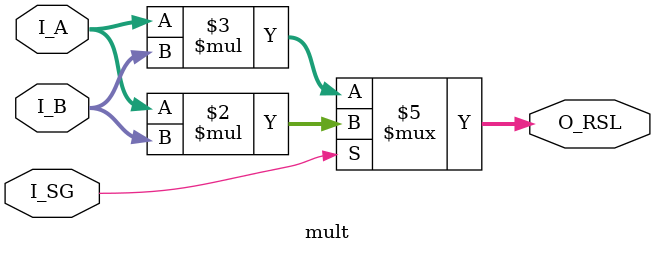
<source format=v>
module mult
    #(parameter DATA_ALU = 32) // data width
     (I_A, I_B, I_SG,
      O_RSL);


//  input signals
    input wire [DATA_ALU-1:0] I_A;  // srcA
    input wire [DATA_ALU-1:0] I_B;  // srcB
    input wire                I_SG; // singed mult
//  output signals
    output reg signed [DATA_ALU-1:0] O_RSL;  // result alu

    always @(*) begin
      if (I_SG)
        O_RSL = $signed(I_A) * $signed(I_B); // signed
      else
        O_RSL = I_A * I_B;                   // unsigned
    end
    
    
endmodule
</source>
